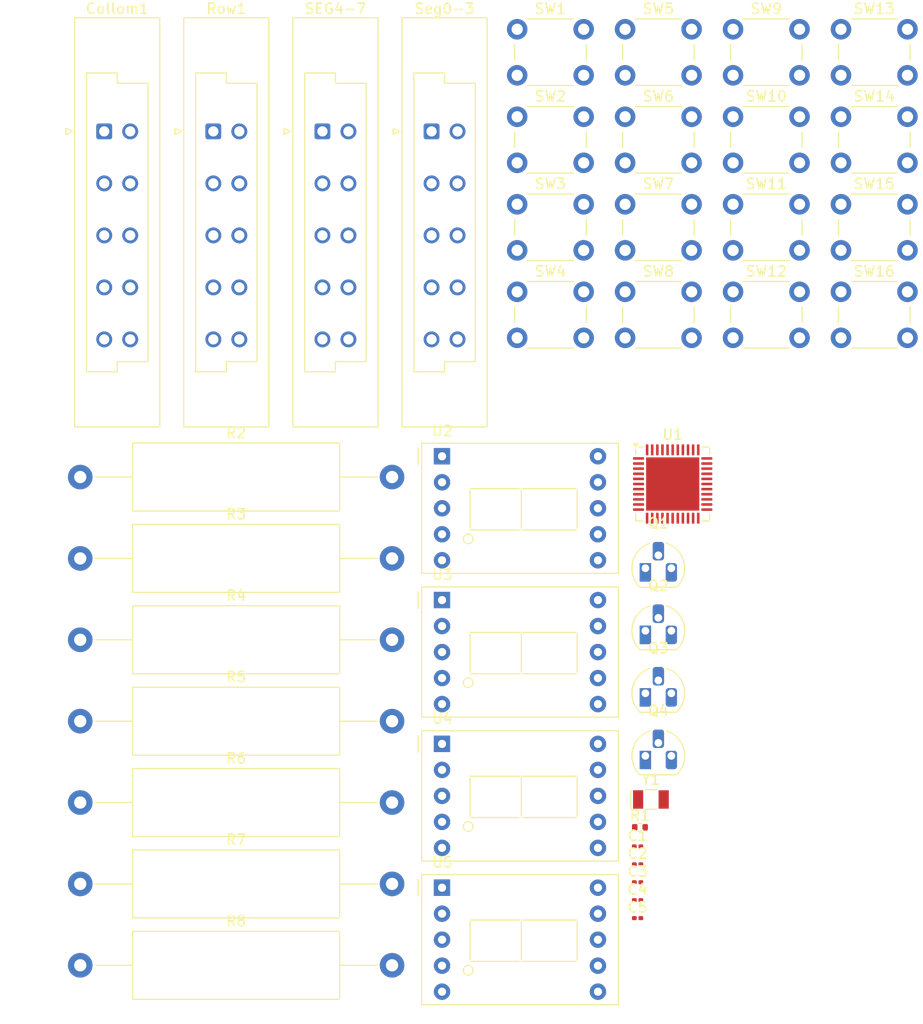
<source format=kicad_pcb>
(kicad_pcb (version 20240108) (generator "pcbnew") (generator_version "8.0")
  (layers (0 "F.Cu" signal) (31 "B.Cu" signal) (34 "B.Paste" user) (35 "F.Paste" user) (36 "B.SilkS" user "B.Silkscreen") (37 "F.SilkS" user "F.Silkscreen") (38 "B.Mask" user) (39 "F.Mask" user) (44 "Edge.Cuts" user))
  (net 0 "")
  (net 1 "GND")
  (net 2 "Net-(U1-XTAL2)")
  (net 3 "Net-(U1-XTAL1)")
  (net 4 "Net-(U1-AREF)")
  (net 5 "VDD")
  (net 6 "Net-(Collom1-Pin_b6)")
  (net 7 "Net-(Collom1-Pin_b4)")
  (net 8 "Net-(Collom1-Pin_b2)")
  (net 9 "Net-(Collom1-Pin_a8)")
  (net 10 "Net-(Collom1-Pin_b8)")
  (net 12 "Net-(Collom1-Pin_a6)")
  (net 13 "Net-(Collom1-Pin_a2)")
  (net 15 "Net-(Collom1-Pin_a4)")
  (net 16 "Net-(Q1-B)")
  (net 17 "Net-(Q1-C)")
  (net 18 "Net-(U1-~{RESET})")
  (net 19 "Net-(U1-PB0)")
  (net 20 "Net-(Q2-C)")
  (net 21 "Net-(U1-PB1)")
  (net 22 "Net-(Q2-B)")
  (net 23 "Net-(U1-PB2)")
  (net 24 "Net-(Q3-C)")
  (net 25 "Net-(Q3-B)")
  (net 26 "Net-(U1-PB3)")
  (net 27 "Net-(Q4-B)")
  (net 28 "Net-(U1-PB4)")
  (net 29 "Net-(Seg0-3-Pin_a4)")
  (net 30 "Net-(U1-PB5)")
  (net 31 "Net-(U1-PB6)")
  (net 32 "Net-(Seg0-3-Pin_a6)")
  (net 33 "Net-(Row1-Pin_b2)")
  (net 34 "Net-(Row1-Pin_a8)")
  (net 35 "Net-(Row1-Pin_b4)")
  (net 36 "Net-(Row1-Pin_a4)")
  (net 37 "Net-(Row1-Pin_b8)")
  (net 38 "Net-(Row1-Pin_a6)")
  (net 40 "Net-(Row1-Pin_a2)")
  (net 41 "Net-(Row1-Pin_b6)")
  (net 44 "Net-(Seg0-3-Pin_a8)")
  (net 45 "Net-(Seg0-3-Pin_a10)")
  (net 47 "Net-(SEG4-7-Pin_a6)")
  (net 57 "Net-(SEG4-7-Pin_a8)")
  (net 59 "Net-(SEG4-7-Pin_a10)")
  (net 60 "Net-(Seg0-3-Pin_b8)")
  (net 61 "Net-(Seg0-3-Pin_b4)")
  (net 62 "Net-(Seg0-3-Pin_b6)")
  (net 64 "Net-(Seg0-3-Pin_b10)")
  (net 66 "Net-(SEG4-7-Pin_b10)")
  (net 70 "Net-(SEG4-7-Pin_b8)")
  (net 72 "Net-(SEG4-7-Pin_b6)")
  (footprint "Display_7Segment:D1X8K" (layer "F.Cu") (at 150.865 94.82)
    (property "Reference" "U3" (at 0.03 -2.48 0) (layer "F.SilkS"))
    (property "Value" "SA39-12SRWA")
    (pad "1" thru_hole rect (at 0 0 270) (size 1.6 1.6) (drill 0.8) (layers "*.Cu" "*.Mask") (net 20 "Net-(Q2-C)"))
    (pad "2" thru_hole circle (at 0 2.54 270) (size 1.6 1.6) (drill 0.8) (layers "*.Cu" "*.Mask") (net 70 "Net-(SEG4-7-Pin_b8)"))
    (pad "3" thru_hole circle (at 0 5.08 270) (size 1.6 1.6) (drill 0.8) (layers "*.Cu" "*.Mask") (net 66 "Net-(SEG4-7-Pin_b10)"))
    (pad "4" thru_hole circle (at 0 7.62 270) (size 1.6 1.6) (drill 0.8) (layers "*.Cu" "*.Mask") (net 72 "Net-(SEG4-7-Pin_b6)"))
    (pad "5" thru_hole circle (at 0 10.16 270) (size 1.6 1.6) (drill 0.8) (layers "*.Cu" "*.Mask") (net 64 "Net-(Seg0-3-Pin_b10)"))
    (pad "6" thru_hole circle (at 15.24 10.16 270) (size 1.6 1.6) (drill 0.8) (layers "*.Cu" "*.Mask") (net 1 "GND"))
    (pad "7" thru_hole circle (at 15.24 7.62 270) (size 1.6 1.6) (drill 0.8) (layers "*.Cu" "*.Mask"))
    (pad "8" thru_hole circle (at 15.24 5.08 270) (size 1.6 1.6) (drill 0.8) (layers "*.Cu" "*.Mask") (net 60 "Net-(Seg0-3-Pin_b8)"))
    (pad "9" thru_hole circle (at 15.24 2.54 270) (size 1.6 1.6) (drill 0.8) (layers "*.Cu" "*.Mask") (net 62 "Net-(Seg0-3-Pin_b6)"))
    (pad "10" thru_hole circle (at 15.24 0 270) (size 1.6 1.6) (drill 0.8) (layers "*.Cu" "*.Mask") (net 61 "Net-(Seg0-3-Pin_b4)"))
  )
  (footprint "Display_7Segment:D1X8K" (layer "F.Cu") (at 150.865 122.92)
    (property "Reference" "U5" (at 0.03 -2.48 0) (layer "F.SilkS"))
    (property "Value" "SA39-12SRWA")
    (pad "1" thru_hole rect (at 0 0 270) (size 1.6 1.6) (drill 0.8) (layers "*.Cu" "*.Mask") (net 25 "Net-(Q3-B)"))
    (pad "2" thru_hole circle (at 0 2.54 270) (size 1.6 1.6) (drill 0.8) (layers "*.Cu" "*.Mask") (net 70 "Net-(SEG4-7-Pin_b8)"))
    (pad "3" thru_hole circle (at 0 5.08 270) (size 1.6 1.6) (drill 0.8) (layers "*.Cu" "*.Mask") (net 66 "Net-(SEG4-7-Pin_b10)"))
    (pad "4" thru_hole circle (at 0 7.62 270) (size 1.6 1.6) (drill 0.8) (layers "*.Cu" "*.Mask") (net 72 "Net-(SEG4-7-Pin_b6)"))
    (pad "5" thru_hole circle (at 0 10.16 270) (size 1.6 1.6) (drill 0.8) (layers "*.Cu" "*.Mask") (net 64 "Net-(Seg0-3-Pin_b10)"))
    (pad "6" thru_hole circle (at 15.24 10.16 270) (size 1.6 1.6) (drill 0.8) (layers "*.Cu" "*.Mask") (net 1 "GND"))
    (pad "7" thru_hole circle (at 15.24 7.62 270) (size 1.6 1.6) (drill 0.8) (layers "*.Cu" "*.Mask"))
    (pad "8" thru_hole circle (at 15.24 5.08 270) (size 1.6 1.6) (drill 0.8) (layers "*.Cu" "*.Mask") (net 60 "Net-(Seg0-3-Pin_b8)"))
    (pad "9" thru_hole circle (at 15.24 2.54 270) (size 1.6 1.6) (drill 0.8) (layers "*.Cu" "*.Mask") (net 62 "Net-(Seg0-3-Pin_b6)"))
    (pad "10" thru_hole circle (at 15.24 0 270) (size 1.6 1.6) (drill 0.8) (layers "*.Cu" "*.Mask") (net 61 "Net-(Seg0-3-Pin_b4)"))
  )
  (footprint "Button_Switch_THT:SW_PUSH_6mm_H4.3mm" (layer "F.Cu") (at 189.86 47.6)
    (property "Reference" "SW14" (at 3.25 -2 0) (layer "F.SilkS"))
    (property "Value" "SW_Push")
    (pad "1" thru_hole circle (at 0 0 90) (size 2 2) (drill 1.1) (layers "*.Cu" "*.Mask") (net 37 "Net-(Row1-Pin_b8)"))
    (pad "1" thru_hole circle (at 6.5 0 90) (size 2 2) (drill 1.1) (layers "*.Cu" "*.Mask") (net 37 "Net-(Row1-Pin_b8)"))
    (pad "2" thru_hole circle (at 0 4.5 90) (size 2 2) (drill 1.1) (layers "*.Cu" "*.Mask") (net 6 "Net-(Collom1-Pin_b6)"))
    (pad "2" thru_hole circle (at 6.5 4.5 90) (size 2 2) (drill 1.1) (layers "*.Cu" "*.Mask") (net 6 "Net-(Collom1-Pin_b6)"))
  )
  (footprint "Package_TO_SOT_THT:TO-92_HandSolder" (layer "F.Cu") (at 170.74 103.93)
    (property "Reference" "Q3" (at 1.27 -4.4 0) (layer "F.SilkS"))
    (property "Value" "NPN")
    (pad "1" thru_hole rect (at 0 0) (size 1.1 1.8) (drill 0.75 (offset 0 0.4)) (layers "*.Cu" "*.Mask") (net 24 "Net-(Q3-C)"))
    (pad "2" thru_hole roundrect (at 1.27 -1.27) (size 1.1 1.8) (drill 0.75 (offset 0 -0.4)) (layers "*.Cu" "*.Mask") (net 25 "Net-(Q3-B)"))
    (pad "3" thru_hole roundrect (at 2.54 0) (size 1.1 1.8) (drill 0.75 (offset 0 0.4)) (layers "*.Cu" "*.Mask") (net 1 "GND"))
  )
  (footprint "Button_Switch_THT:SW_PUSH_6mm_H4.3mm" (layer "F.Cu") (at 168.76 47.6)
    (property "Reference" "SW6" (at 3.25 -2 0) (layer "F.SilkS"))
    (property "Value" "SW_Push")
    (pad "1" thru_hole circle (at 0 0 90) (size 2 2) (drill 1.1) (layers "*.Cu" "*.Mask") (net 35 "Net-(Row1-Pin_b4)"))
    (pad "1" thru_hole circle (at 6.5 0 90) (size 2 2) (drill 1.1) (layers "*.Cu" "*.Mask") (net 35 "Net-(Row1-Pin_b4)"))
    (pad "2" thru_hole circle (at 0 4.5 90) (size 2 2) (drill 1.1) (layers "*.Cu" "*.Mask") (net 7 "Net-(Collom1-Pin_b4)"))
    (pad "2" thru_hole circle (at 6.5 4.5 90) (size 2 2) (drill 1.1) (layers "*.Cu" "*.Mask") (net 7 "Net-(Collom1-Pin_b4)"))
  )
  (footprint "Button_Switch_THT:SW_PUSH_6mm_H4.3mm" (layer "F.Cu") (at 158.21 64.7)
    (property "Reference" "SW4" (at 3.25 -2 0) (layer "F.SilkS"))
    (property "Value" "SW_Push")
    (pad "1" thru_hole circle (at 0 0 90) (size 2 2) (drill 1.1) (layers "*.Cu" "*.Mask") (net 33 "Net-(Row1-Pin_b2)"))
    (pad "1" thru_hole circle (at 6.5 0 90) (size 2 2) (drill 1.1) (layers "*.Cu" "*.Mask") (net 33 "Net-(Row1-Pin_b2)"))
    (pad "2" thru_hole circle (at 0 4.5 90) (size 2 2) (drill 1.1) (layers "*.Cu" "*.Mask") (net 10 "Net-(Collom1-Pin_b8)"))
    (pad "2" thru_hole circle (at 6.5 4.5 90) (size 2 2) (drill 1.1) (layers "*.Cu" "*.Mask") (net 10 "Net-(Collom1-Pin_b8)"))
  )
  (footprint "Crystal:Crystal_SMD_EuroQuartz_EQ161-2Pin_3.2x1.5mm" (layer "F.Cu") (at 171.28 114.3)
    (property "Reference" "Y1" (at 0 -1.95 0) (layer "F.SilkS"))
    (property "Value" "Crystal")
    (pad "1" smd rect (at -1.25 0) (size 1 1.8) (layers "F.Cu" "F.Paste" "F.Mask") (net 3 "Net-(U1-XTAL1)"))
    (pad "2" smd rect (at 1.25 0) (size 1 1.8) (layers "F.Cu" "F.Paste" "F.Mask") (net 2 "Net-(U1-XTAL2)"))
  )
  (footprint "Connector_DIN:DIN41612_B3_2x5_Female_Vertical_THT" (layer "F.Cu") (at 139.175 46.49)
    (property "Reference" "SEG4-7" (at 1.27 -9.45 0) (layer "F.SilkS"))
    (property "Value" "DIN41612_02x05_AB_EvenPins")
    (pad "" np_thru_hole circle (at 2.24 -5.95) (size 2.85 2.85) (drill 2.85) (layers "*.Cu" "*.Mask"))
    (pad "" np_thru_hole circle (at 2.24 28.81) (size 2.85 2.85) (drill 2.85) (layers "*.Cu" "*.Mask"))
    (pad "a2" thru_hole roundrect (at 0 2.54) (size 1.55 1.55) (drill 1) (layers "*.Cu" "*.Mask") (roundrect_rratio 0.16129))
    (pad "a4" thru_hole circle (at 0 7.62) (size 1.55 1.55) (drill 1) (layers "*.Cu" "*.Mask"))
    (pad "a6" thru_hole circle (at 0 12.7) (size 1.55 1.55) (drill 1) (layers "*.Cu" "*.Mask") (net 47 "Net-(SEG4-7-Pin_a6)"))
    (pad "a8" thru_hole circle (at 0 17.78) (size 1.55 1.55) (drill 1) (layers "*.Cu" "*.Mask") (net 57 "Net-(SEG4-7-Pin_a8)"))
    (pad "a10" thru_hole circle (at 0 22.86) (size 1.55 1.55) (drill 1) (layers "*.Cu" "*.Mask") (net 59 "Net-(SEG4-7-Pin_a10)"))
    (pad "b2" thru_hole circle (at 2.54 2.54) (size 1.55 1.55) (drill 1) (layers "*.Cu" "*.Mask"))
    (pad "b4" thru_hole circle (at 2.54 7.62) (size 1.55 1.55) (drill 1) (layers "*.Cu" "*.Mask"))
    (pad "b6" thru_hole circle (at 2.54 12.7) (size 1.55 1.55) (drill 1) (layers "*.Cu" "*.Mask") (net 72 "Net-(SEG4-7-Pin_b6)"))
    (pad "b8" thru_hole circle (at 2.54 17.78) (size 1.55 1.55) (drill 1) (layers "*.Cu" "*.Mask") (net 70 "Net-(SEG4-7-Pin_b8)"))
    (pad "b10" thru_hole circle (at 2.54 22.86) (size 1.55 1.55) (drill 1) (layers "*.Cu" "*.Mask") (net 66 "Net-(SEG4-7-Pin_b10)"))
  )
  (footprint "Resistor_THT:R_Axial_Power_L20.0mm_W6.4mm_P30.48mm" (layer "F.Cu") (at 115.5 98.7)
    (property "Reference" "R4" (at 15.24 -4.32 0) (layer "F.SilkS"))
    (property "Value" "R_US")
    (pad "1" thru_hole circle (at 0 0) (size 2.4 2.4) (drill 1.2) (layers "*.Cu" "*.Mask") (net 23 "Net-(U1-PB2)"))
    (pad "2" thru_hole oval (at 30.48 0) (size 2.4 2.4) (drill 1.2) (layers "*.Cu" "*.Mask") (net 44 "Net-(Seg0-3-Pin_a8)"))
  )
  (footprint "Resistor_THT:R_Axial_Power_L20.0mm_W6.4mm_P30.48mm" (layer "F.Cu") (at 115.5 82.8)
    (property "Reference" "R2" (at 15.24 -4.32 0) (layer "F.SilkS"))
    (property "Value" "R_US")
    (pad "1" thru_hole circle (at 0 0) (size 2.4 2.4) (drill 1.2) (layers "*.Cu" "*.Mask") (net 19 "Net-(U1-PB0)"))
    (pad "2" thru_hole oval (at 30.48 0) (size 2.4 2.4) (drill 1.2) (layers "*.Cu" "*.Mask") (net 29 "Net-(Seg0-3-Pin_a4)"))
  )
  (footprint "Button_Switch_THT:SW_PUSH_6mm_H4.3mm" (layer "F.Cu") (at 179.31 56.15)
    (property "Reference" "SW11" (at 3.25 -2 0) (layer "F.SilkS"))
    (property "Value" "SW_Push")
    (pad "1" thru_hole circle (at 0 0 90) (size 2 2) (drill 1.1) (layers "*.Cu" "*.Mask") (net 41 "Net-(Row1-Pin_b6)"))
    (pad "1" thru_hole circle (at 6.5 0 90) (size 2 2) (drill 1.1) (layers "*.Cu" "*.Mask") (net 41 "Net-(Row1-Pin_b6)"))
    (pad "2" thru_hole circle (at 0 4.5 90) (size 2 2) (drill 1.1) (layers "*.Cu" "*.Mask") (net 7 "Net-(Collom1-Pin_b4)"))
    (pad "2" thru_hole circle (at 6.5 4.5 90) (size 2 2) (drill 1.1) (layers "*.Cu" "*.Mask") (net 7 "Net-(Collom1-Pin_b4)"))
  )
  (footprint "Resistor_THT:R_Axial_Power_L20.0mm_W6.4mm_P30.48mm" (layer "F.Cu") (at 115.5 106.65)
    (property "Reference" "R5" (at 15.24 -4.32 0) (layer "F.SilkS"))
    (property "Value" "R_US")
    (pad "1" thru_hole circle (at 0 0) (size 2.4 2.4) (drill 1.2) (layers "*.Cu" "*.Mask") (net 26 "Net-(U1-PB3)"))
    (pad "2" thru_hole oval (at 30.48 0) (size 2.4 2.4) (drill 1.2) (layers "*.Cu" "*.Mask") (net 45 "Net-(Seg0-3-Pin_a10)"))
  )
  (footprint "Display_7Segment:D1X8K" (layer "F.Cu") (at 150.865 108.87)
    (property "Reference" "U4" (at 0.03 -2.48 0) (layer "F.SilkS"))
    (property "Value" "SA39-12SRWA")
    (pad "1" thru_hole rect (at 0 0 270) (size 1.6 1.6) (drill 0.8) (layers "*.Cu" "*.Mask") (net 24 "Net-(Q3-C)"))
    (pad "2" thru_hole circle (at 0 2.54 270) (size 1.6 1.6) (drill 0.8) (layers "*.Cu" "*.Mask") (net 70 "Net-(SEG4-7-Pin_b8)"))
    (pad "3" thru_hole circle (at 0 5.08 270) (size 1.6 1.6) (drill 0.8) (layers "*.Cu" "*.Mask") (net 66 "Net-(SEG4-7-Pin_b10)"))
    (pad "4" thru_hole circle (at 0 7.62 270) (size 1.6 1.6) (drill 0.8) (layers "*.Cu" "*.Mask") (net 72 "Net-(SEG4-7-Pin_b6)"))
    (pad "5" thru_hole circle (at 0 10.16 270) (size 1.6 1.6) (drill 0.8) (layers "*.Cu" "*.Mask") (net 64 "Net-(Seg0-3-Pin_b10)"))
    (pad "6" thru_hole circle (at 15.24 10.16 270) (size 1.6 1.6) (drill 0.8) (layers "*.Cu" "*.Mask") (net 1 "GND"))
    (pad "7" thru_hole circle (at 15.24 7.62 270) (size 1.6 1.6) (drill 0.8) (layers "*.Cu" "*.Mask"))
    (pad "8" thru_hole circle (at 15.24 5.08 270) (size 1.6 1.6) (drill 0.8) (layers "*.Cu" "*.Mask") (net 60 "Net-(Seg0-3-Pin_b8)"))
    (pad "9" thru_hole circle (at 15.24 2.54 270) (size 1.6 1.6) (drill 0.8) (layers "*.Cu" "*.Mask") (net 62 "Net-(Seg0-3-Pin_b6)"))
    (pad "10" thru_hole circle (at 15.24 0 270) (size 1.6 1.6) (drill 0.8) (layers "*.Cu" "*.Mask") (net 61 "Net-(Seg0-3-Pin_b4)"))
  )
  (footprint "Capacitor_SMD:C_0201_0603Metric" (layer "F.Cu") (at 169.98 124.14)
    (property "Reference" "C4" (at 0 -1.05 0) (layer "F.SilkS"))
    (property "Value" "100nf")
    (pad "1" smd roundrect (at -0.32 0) (size 0.46 0.4) (layers "F.Cu" "F.Mask") (net 5 "VDD"))
    (pad "2" smd roundrect (at 0.32 0) (size 0.46 0.4) (layers "F.Cu" "F.Mask") (net 1 "GND"))
  )
  (footprint "Button_Switch_THT:SW_PUSH_6mm_H4.3mm" (layer "F.Cu") (at 158.21 56.15)
    (property "Reference" "SW3" (at 3.25 -2 0) (layer "F.SilkS"))
    (property "Value" "SW_Push")
    (pad "1" thru_hole circle (at 0 0 90) (size 2 2) (drill 1.1) (layers "*.Cu" "*.Mask") (net 33 "Net-(Row1-Pin_b2)"))
    (pad "1" thru_hole circle (at 6.5 0 90) (size 2 2) (drill 1.1) (layers "*.Cu" "*.Mask") (net 33 "Net-(Row1-Pin_b2)"))
    (pad "2" thru_hole circle (at 0 4.5 90) (size 2 2) (drill 1.1) (layers "*.Cu" "*.Mask") (net 6 "Net-(Collom1-Pin_b6)"))
    (pad "2" thru_hole circle (at 6.5 4.5 90) (size 2 2) (drill 1.1) (layers "*.Cu" "*.Mask") (net 6 "Net-(Collom1-Pin_b6)"))
  )
  (footprint "Connector_DIN:DIN41612_B3_2x5_Female_Vertical_THT" (layer "F.Cu") (at 149.84 46.49)
    (property "Reference" "Seg0-3" (at 1.27 -9.45 0) (layer "F.SilkS"))
    (property "Value" "DIN41612_02x05_AB_EvenPins")
    (pad "" np_thru_hole circle (at 2.24 -5.95) (size 2.85 2.85) (drill 2.85) (layers "*.Cu" "*.Mask"))
    (pad "" np_thru_hole circle (at 2.24 28.81) (size 2.85 2.85) (drill 2.85) (layers "*.Cu" "*.Mask"))
    (pad "a2" thru_hole roundrect (at 0 2.54) (size 1.55 1.55) (drill 1) (layers "*.Cu" "*.Mask") (roundrect_rratio 0.16129))
    (pad "a4" thru_hole circle (at 0 7.62) (size 1.55 1.55) (drill 1) (layers "*.Cu" "*.Mask") (net 29 "Net-(Seg0-3-Pin_a4)"))
    (pad "a6" thru_hole circle (at 0 12.7) (size 1.55 1.55) (drill 1) (layers "*.Cu" "*.Mask") (net 32 "Net-(Seg0-3-Pin_a6)"))
    (pad "a8" thru_hole circle (at 0 17.78) (size 1.55 1.55) (drill 1) (layers "*.Cu" "*.Mask") (net 44 "Net-(Seg0-3-Pin_a8)"))
    (pad "a10" thru_hole circle (at 0 22.86) (size 1.55 1.55) (drill 1) (layers "*.Cu" "*.Mask") (net 45 "Net-(Seg0-3-Pin_a10)"))
    (pad "b2" thru_hole circle (at 2.54 2.54) (size 1.55 1.55) (drill 1) (layers "*.Cu" "*.Mask"))
    (pad "b4" thru_hole circle (at 2.54 7.62) (size 1.55 1.55) (drill 1) (layers "*.Cu" "*.Mask") (net 61 "Net-(Seg0-3-Pin_b4)"))
    (pad "b6" thru_hole circle (at 2.54 12.7) (size 1.55 1.55) (drill 1) (layers "*.Cu" "*.Mask") (net 62 "Net-(Seg0-3-Pin_b6)"))
    (pad "b8" thru_hole circle (at 2.54 17.78) (size 1.55 1.55) (drill 1) (layers "*.Cu" "*.Mask") (net 60 "Net-(Seg0-3-Pin_b8)"))
    (pad "b10" thru_hole circle (at 2.54 22.86) (size 1.55 1.55) (drill 1) (layers "*.Cu" "*.Mask") (net 64 "Net-(Seg0-3-Pin_b10)"))
  )
  (footprint "Connector_DIN:DIN41612_B3_2x5_Female_Vertical_THT" (layer "F.Cu") (at 117.845 46.49)
    (property "Reference" "Collom1" (at 1.27 -9.45 0) (layer "F.SilkS"))
    (property "Value" "DIN41612_02x05_AB_EvenPins")
    (pad "" np_thru_hole circle (at 2.24 -5.95) (size 2.85 2.85) (drill 2.85) (layers "*.Cu" "*.Mask"))
    (pad "" np_thru_hole circle (at 2.24 28.81) (size 2.85 2.85) (drill 2.85) (layers "*.Cu" "*.Mask"))
    (pad "a2" thru_hole roundrect (at 0 2.54) (size 1.55 1.55) (drill 1) (layers "*.Cu" "*.Mask") (roundrect_rratio 0.16129) (net 13 "Net-(Collom1-Pin_a2)"))
    (pad "a4" thru_hole circle (at 0 7.62) (size 1.55 1.55) (drill 1) (layers "*.Cu" "*.Mask") (net 15 "Net-(Collom1-Pin_a4)"))
    (pad "a6" thru_hole circle (at 0 12.7) (size 1.55 1.55) (drill 1) (layers "*.Cu" "*.Mask") (net 12 "Net-(Collom1-Pin_a6)"))
    (pad "a8" thru_hole circle (at 0 17.78) (size 1.55 1.55) (drill 1) (layers "*.Cu" "*.Mask") (net 9 "Net-(Collom1-Pin_a8)"))
    (pad "a10" thru_hole circle (at 0 22.86) (size 1.55 1.55) (drill 1) (layers "*.Cu" "*.Mask"))
    (pad "b2" thru_hole circle (at 2.54 2.54) (size 1.55 1.55) (drill 1) (layers "*.Cu" "*.Mask") (net 8 "Net-(Collom1-Pin_b2)"))
    (pad "b4" thru_hole circle (at 2.54 7.62) (size 1.55 1.55) (drill 1) (layers "*.Cu" "*.Mask") (net 7 "Net-(Collom1-Pin_b4)"))
    (pad "b6" thru_hole circle (at 2.54 12.7) (size 1.55 1.55) (drill 1) (layers "*.Cu" "*.Mask") (net 6 "Net-(Collom1-Pin_b6)"))
    (pad "b8" thru_hole circle (at 2.54 17.78) (size 1.55 1.55) (drill 1) (layers "*.Cu" "*.Mask") (net 10 "Net-(Collom1-Pin_b8)"))
    (pad "b10" thru_hole circle (at 2.54 22.86) (size 1.55 1.55) (drill 1) (layers "*.Cu" "*.Mask"))
  )
  (footprint "Package_TO_SOT_THT:TO-92_HandSolder" (layer "F.Cu") (at 170.74 91.71)
    (property "Reference" "Q1" (at 1.27 -4.4 0) (layer "F.SilkS"))
    (property "Value" "NPN")
    (pad "1" thru_hole rect (at 0 0) (size 1.1 1.8) (drill 0.75 (offset 0 0.4)) (layers "*.Cu" "*.Mask") (net 17 "Net-(Q1-C)"))
    (pad "2" thru_hole roundrect (at 1.27 -1.27) (size 1.1 1.8) (drill 0.75 (offset 0 -0.4)) (layers "*.Cu" "*.Mask") (net 16 "Net-(Q1-B)"))
    (pad "3" thru_hole roundrect (at 2.54 0) (size 1.1 1.8) (drill 0.75 (offset 0 0.4)) (layers "*.Cu" "*.Mask") (net 1 "GND"))
  )
  (footprint "Package_TO_SOT_THT:TO-92_HandSolder" (layer "F.Cu") (at 170.74 110.04)
    (property "Reference" "Q4" (at 1.27 -4.4 0) (layer "F.SilkS"))
    (property "Value" "NPN")
    (pad "1" thru_hole rect (at 0 0) (size 1.1 1.8) (drill 0.75 (offset 0 0.4)) (layers "*.Cu" "*.Mask") (net 25 "Net-(Q3-B)"))
    (pad "2" thru_hole roundrect (at 1.27 -1.27) (size 1.1 1.8) (drill 0.75 (offset 0 -0.4)) (layers "*.Cu" "*.Mask") (net 27 "Net-(Q4-B)"))
    (pad "3" thru_hole roundrect (at 2.54 0) (size 1.1 1.8) (drill 0.75 (offset 0 0.4)) (layers "*.Cu" "*.Mask") (net 1 "GND"))
  )
  (footprint "Capacitor_SMD:C_0201_0603Metric" (layer "F.Cu") (at 169.98 120.64)
    (property "Reference" "C2" (at 0 -1.05 0) (layer "F.SilkS"))
    (property "Value" "22pf")
    (pad "1" smd roundrect (at -0.32 0) (size 0.46 0.4) (layers "F.Cu" "F.Mask") (net 3 "Net-(U1-XTAL1)"))
    (pad "2" smd roundrect (at 0.32 0) (size 0.46 0.4) (layers "F.Cu" "F.Mask") (net 1 "GND"))
  )
  (footprint "Button_Switch_THT:SW_PUSH_6mm_H4.3mm" (layer "F.Cu") (at 179.31 39.05)
    (property "Reference" "SW9" (at 3.25 -2 0) (layer "F.SilkS"))
    (property "Value" "SW_Push")
    (pad "1" thru_hole circle (at 0 0 90) (size 2 2) (drill 1.1) (layers "*.Cu" "*.Mask") (net 41 "Net-(Row1-Pin_b6)"))
    (pad "1" thru_hole circle (at 6.5 0 90) (size 2 2) (drill 1.1) (layers "*.Cu" "*.Mask") (net 41 "Net-(Row1-Pin_b6)"))
    (pad "2" thru_hole circle (at 0 4.5 90) (size 2 2) (drill 1.1) (layers "*.Cu" "*.Mask") (net 8 "Net-(Collom1-Pin_b2)"))
    (pad "2" thru_hole circle (at 6.5 4.5 90) (size 2 2) (drill 1.1) (layers "*.Cu" "*.Mask") (net 8 "Net-(Collom1-Pin_b2)"))
  )
  (footprint "Display_7Segment:D1X8K" (layer "F.Cu") (at 150.865 80.77)
    (property "Reference" "U2" (at 0.03 -2.48 0) (layer "F.SilkS"))
    (property "Value" "SA39-12SRWA")
    (pad "1" thru_hole rect (at 0 0 270) (size 1.6 1.6) (drill 0.8) (layers "*.Cu" "*.Mask") (net 17 "Net-(Q1-C)"))
    (pad "2" thru_hole circle (at 0 2.54 270) (size 1.6 1.6) (drill 0.8) (layers "*.Cu" "*.Mask") (net 70 "Net-(SEG4-7-Pin_b8)"))
    (pad "3" thru_hole circle (at 0 5.08 270) (size 1.6 1.6) (drill 0.8) (layers "*.Cu" "*.Mask") (net 66 "Net-(SEG4-7-Pin_b10)"))
    (pad "4" thru_hole circle (at 0 7.62 270) (size 1.6 1.6) (drill 0.8) (layers "*.Cu" "*.Mask") (net 72 "Net-(SEG4-7-Pin_b6)"))
    (pad "5" thru_hole circle (at 0 10.16 270) (size 1.6 1.6) (drill 0.8) (layers "*.Cu" "*.Mask") (net 64 "Net-(Seg0-3-Pin_b10)"))
    (pad "6" thru_hole circle (at 15.24 10.16 270) (size 1.6 1.6) (drill 0.8) (layers "*.Cu" "*.Mask") (net 1 "GND"))
    (pad "7" thru_hole circle (at 15.24 7.62 270) (size 1.6 1.6) (drill 0.8) (layers "*.Cu" "*.Mask"))
    (pad "8" thru_hole circle (at 15.24 5.08 270) (size 1.6 1.6) (drill 0.8) (layers "*.Cu" "*.Mask") (net 60 "Net-(Seg0-3-Pin_b8)"))
    (pad "9" thru_hole circle (at 15.24 2.54 270) (size 1.6 1.6) (drill 0.8) (layers "*.Cu" "*.Mask") (net 62 "Net-(Seg0-3-Pin_b6)"))
    (pad "10" thru_hole circle (at 15.24 0 270) (size 1.6 1.6) (drill 0.8) (layers "*.Cu" "*.Mask") (net 61 "Net-(Seg0-3-Pin_b4)"))
  )
  (footprint "Capacitor_SMD:C_0201_0603Metric" (layer "F.Cu") (at 169.98 122.39)
    (property "Reference" "C3" (at 0 -1.05 0) (layer "F.SilkS"))
    (property "Value" "100nf")
    (pad "1" smd roundrect (at -0.32 0) (size 0.46 0.4) (layers "F.Cu" "F.Mask") (net 4 "Net-(U1-AREF)"))
    (pad "2" smd roundrect (at 0.32 0) (size 0.46 0.4) (layers "F.Cu" "F.Mask") (net 1 "GND"))
  )
  (footprint "Button_Switch_THT:SW_PUSH_6mm_H4.3mm" (layer "F.Cu") (at 189.86 56.15)
    (property "Reference" "SW15" (at 3.25 -2 0) (layer "F.SilkS"))
    (property "Value" "SW_Push")
    (pad "1" thru_hole circle (at 0 0 90) (size 2 2) (drill 1.1) (layers "*.Cu" "*.Mask") (net 41 "Net-(Row1-Pin_b6)"))
    (pad "1" thru_hole circle (at 6.5 0 90) (size 2 2) (drill 1.1) (layers "*.Cu" "*.Mask") (net 41 "Net-(Row1-Pin_b6)"))
    (pad "2" thru_hole circle (at 0 4.5 90) (size 2 2) (drill 1.1) (layers "*.Cu" "*.Mask") (net 10 "Net-(Collom1-Pin_b8)"))
    (pad "2" thru_hole circle (at 6.5 4.5 90) (size 2 2) (drill 1.1) (layers "*.Cu" "*.Mask") (net 10 "Net-(Collom1-Pin_b8)"))
  )
  (footprint "Button_Switch_THT:SW_PUSH_6mm_H4.3mm" (layer "F.Cu") (at 168.76 64.7)
    (property "Reference" "SW8" (at 3.25 -2 0) (layer "F.SilkS"))
    (property "Value" "SW_Push")
    (pad "1" thru_hole circle (at 0 0 90) (size 2 2) (drill 1.1) (layers "*.Cu" "*.Mask") (net 35 "Net-(Row1-Pin_b4)"))
    (pad "1" thru_hole circle (at 6.5 0 90) (size 2 2) (drill 1.1) (layers "*.Cu" "*.Mask") (net 35 "Net-(Row1-Pin_b4)"))
    (pad "2" thru_hole circle (at 0 4.5 90) (size 2 2) (drill 1.1) (layers "*.Cu" "*.Mask") (net 10 "Net-(Collom1-Pin_b8)"))
    (pad "2" thru_hole circle (at 6.5 4.5 90) (size 2 2) (drill 1.1) (layers "*.Cu" "*.Mask") (net 10 "Net-(Collom1-Pin_b8)"))
  )
  (footprint "Connector_DIN:DIN41612_B3_2x5_Female_Vertical_THT" (layer "F.Cu") (at 128.51 46.49)
    (property "Reference" "Row1" (at 1.27 -9.45 0) (layer "F.SilkS"))
    (property "Value" "DIN41612_02x05_AB_EvenPins")
    (pad "" np_thru_hole circle (at 2.24 -5.95) (size 2.85 2.85) (drill 2.85) (layers "*.Cu" "*.Mask"))
    (pad "" np_thru_hole circle (at 2.24 28.81) (size 2.85 2.85) (drill 2.85) (layers "*.Cu" "*.Mask"))
    (pad "a2" thru_hole roundrect (at 0 2.54) (size 1.55 1.55) (drill 1) (layers "*.Cu" "*.Mask") (roundrect_rratio 0.16129) (net 40 "Net-(Row1-Pin_a2)"))
    (pad "a4" thru_hole circle (at 0 7.62) (size 1.55 1.55) (drill 1) (layers "*.Cu" "*.Mask") (net 36 "Net-(Row1-Pin_a4)"))
    (pad "a6" thru_hole circle (at 0 12.7) (size 1.55 1.55) (drill 1) (layers "*.Cu" "*.Mask") (net 38 "Net-(Row1-Pin_a6)"))
    (pad "a8" thru_hole circle (at 0 17.78) (size 1.55 1.55) (drill 1) (layers "*.Cu" "*.Mask") (net 34 "Net-(Row1-Pin_a8)"))
    (pad "a10" thru_hole circle (at 0 22.86) (size 1.55 1.55) (drill 1) (layers "*.Cu" "*.Mask"))
    (pad "b2" thru_hole circle (at 2.54 2.54) (size 1.55 1.55) (drill 1) (layers "*.Cu" "*.Mask") (net 33 "Net-(Row1-Pin_b2)"))
    (pad "b4" thru_hole circle (at 2.54 7.62) (size 1.55 1.55) (drill 1) (layers "*.Cu" "*.Mask") (net 35 "Net-(Row1-Pin_b4)"))
    (pad "b6" thru_hole circle (at 2.54 12.7) (size 1.55 1.55) (drill 1) (layers "*.Cu" "*.Mask") (net 41 "Net-(Row1-Pin_b6)"))
    (pad "b8" thru_hole circle (at 2.54 17.78) (size 1.55 1.55) (drill 1) (layers "*.Cu" "*.Mask") (net 37 "Net-(Row1-Pin_b8)"))
    (pad "b10" thru_hole circle (at 2.54 22.86) (size 1.55 1.55) (drill 1) (layers "*.Cu" "*.Mask"))
  )
  (footprint "Button_Switch_THT:SW_PUSH_6mm_H4.3mm" (layer "F.Cu") (at 168.76 56.15)
    (property "Reference" "SW7" (at 3.25 -2 0) (layer "F.SilkS"))
    (property "Value" "SW_Push")
    (pad "1" thru_hole circle (at 0 0 90) (size 2 2) (drill 1.1) (layers "*.Cu" "*.Mask") (net 35 "Net-(Row1-Pin_b4)"))
    (pad "1" thru_hole circle (at 6.5 0 90) (size 2 2) (drill 1.1) (layers "*.Cu" "*.Mask") (net 35 "Net-(Row1-Pin_b4)"))
    (pad "2" thru_hole circle (at 0 4.5 90) (size 2 2) (drill 1.1) (layers "*.Cu" "*.Mask") (net 6 "Net-(Collom1-Pin_b6)"))
    (pad "2" thru_hole circle (at 6.5 4.5 90) (size 2 2) (drill 1.1) (layers "*.Cu" "*.Mask") (net 6 "Net-(Collom1-Pin_b6)"))
  )
  (footprint "Button_Switch_THT:SW_PUSH_6mm_H4.3mm" (layer "F.Cu") (at 179.31 64.7)
    (property "Reference" "SW12" (at 3.25 -2 0) (layer "F.SilkS"))
    (property "Value" "SW_Push")
    (pad "1" thru_hole circle (at 0 0 90) (size 2 2) (drill 1.1) (layers "*.Cu" "*.Mask") (net 37 "Net-(Row1-Pin_b8)"))
    (pad "1" thru_hole circle (at 6.5 0 90) (size 2 2) (drill 1.1) (layers "*.Cu" "*.Mask") (net 37 "Net-(Row1-Pin_b8)"))
    (pad "2" thru_hole circle (at 0 4.5 90) (size 2 2) (drill 1.1) (layers "*.Cu" "*.Mask") (net 7 "Net-(Collom1-Pin_b4)"))
    (pad "2" thru_hole circle (at 6.5 4.5 90) (size 2 2) (drill 1.1) (layers "*.Cu" "*.Mask") (net 7 "Net-(Collom1-Pin_b4)"))
  )
  (footprint "Package_TO_SOT_THT:TO-92_HandSolder" (layer "F.Cu") (at 170.74 97.82)
    (property "Reference" "Q2" (at 1.27 -4.4 0) (layer "F.SilkS"))
    (property "Value" "NPN")
    (pad "1" thru_hole rect (at 0 0) (size 1.1 1.8) (drill 0.75 (offset 0 0.4)) (layers "*.Cu" "*.Mask") (net 20 "Net-(Q2-C)"))
    (pad "2" thru_hole roundrect (at 1.27 -1.27) (size 1.1 1.8) (drill 0.75 (offset 0 -0.4)) (layers "*.Cu" "*.Mask") (net 22 "Net-(Q2-B)"))
    (pad "3" thru_hole roundrect (at 2.54 0) (size 1.1 1.8) (drill 0.75 (offset 0 0.4)) (layers "*.Cu" "*.Mask") (net 1 "GND"))
  )
  (footprint "Button_Switch_THT:SW_PUSH_6mm_H4.3mm" (layer "F.Cu") (at 189.86 64.7)
    (property "Reference" "SW16" (at 3.25 -2 0) (layer "F.SilkS"))
    (property "Value" "SW_Push")
    (pad "1" thru_hole circle (at 0 0 90) (size 2 2) (drill 1.1) (layers "*.Cu" "*.Mask") (net 37 "Net-(Row1-Pin_b8)"))
    (pad "1" thru_hole circle (at 6.5 0 90) (size 2 2) (drill 1.1) (layers "*.Cu" "*.Mask") (net 37 "Net-(Row1-Pin_b8)"))
    (pad "2" thru_hole circle (at 0 4.5 90) (size 2 2) (drill 1.1) (layers "*.Cu" "*.Mask") (net 10 "Net-(Collom1-Pin_b8)"))
    (pad "2" thru_hole circle (at 6.5 4.5 90) (size 2 2) (drill 1.1) (layers "*.Cu" "*.Mask") (net 10 "Net-(Collom1-Pin_b8)"))
  )
  (footprint "Capacitor_SMD:C_0201_0603Metric" (layer "F.Cu") (at 169.98 125.89)
    (property "Reference" "C5" (at 0 -1.05 0) (layer "F.SilkS"))
    (property "Value" "100nf")
    (pad "1" smd roundrect (at -0.32 0) (size 0.46 0.4) (layers "F.Cu" "F.Mask") (net 5 "VDD"))
    (pad "2" smd roundrect (at 0.32 0) (size 0.46 0.4) (layers "F.Cu" "F.Mask") (net 1 "GND"))
  )
  (footprint "Resistor_THT:R_Axial_Power_L20.0mm_W6.4mm_P30.48mm" (layer "F.Cu") (at 115.5 130.5)
    (property "Reference" "R8" (at 15.24 -4.32 0) (layer "F.SilkS"))
    (property "Value" "R_US")
    (pad "1" thru_hole circle (at 0 0) (size 2.4 2.4) (drill 1.2) (layers "*.Cu" "*.Mask") (net 31 "Net-(U1-PB6)"))
    (pad "2" thru_hole oval (at 30.48 0) (size 2.4 2.4) (drill 1.2) (layers "*.Cu" "*.Mask") (net 59 "Net-(SEG4-7-Pin_a10)"))
  )
  (footprint "Button_Switch_THT:SW_PUSH_6mm_H4.3mm" (layer "F.Cu") (at 158.21 39.05)
    (property "Reference" "SW1" (at 3.25 -2 0) (layer "F.SilkS"))
    (property "Value" "SW_Push")
    (pad "1" thru_hole circle (at 0 0 90) (size 2 2) (drill 1.1) (layers "*.Cu" "*.Mask") (net 33 "Net-(Row1-Pin_b2)"))
    (pad "1" thru_hole circle (at 6.5 0 90) (size 2 2) (drill 1.1) (layers "*.Cu" "*.Mask") (net 33 "Net-(Row1-Pin_b2)"))
    (pad "2" thru_hole circle (at 0 4.5 90) (size 2 2) (drill 1.1) (layers "*.Cu" "*.Mask") (net 8 "Net-(Collom1-Pin_b2)"))
    (pad "2" thru_hole circle (at 6.5 4.5 90) (size 2 2) (drill 1.1) (layers "*.Cu" "*.Mask") (net 8 "Net-(Collom1-Pin_b2)"))
  )
  (footprint "Capacitor_SMD:C_0201_0603Metric" (layer "F.Cu") (at 169.98 118.89)
    (property "Reference" "C1" (at 0 -1.05 0) (layer "F.SilkS"))
    (property "Value" "22pf")
    (pad "1" smd roundrect (at -0.32 0) (size 0.46 0.4) (layers "F.Cu" "F.Mask") (net 1 "GND"))
    (pad "2" smd roundrect (at 0.32 0) (size 0.46 0.4) (layers "F.Cu" "F.Mask") (net 2 "Net-(U1-XTAL2)"))
  )
  (footprint "Button_Switch_THT:SW_PUSH_6mm_H4.3mm" (layer "F.Cu") (at 168.76 39.05)
    (property "Reference" "SW5" (at 3.25 -2 0) (layer "F.SilkS"))
    (property "Value" "SW_Push")
    (pad "1" thru_hole circle (at 0 0 90) (size 2 2) (drill 1.1) (layers "*.Cu" "*.Mask") (net 35 "Net-(Row1-Pin_b4)"))
    (pad "1" thru_hole circle (at 6.5 0 90) (size 2 2) (drill 1.1) (layers "*.Cu" "*.Mask") (net 35 "Net-(Row1-Pin_b4)"))
    (pad "2" thru_hole circle (at 0 4.5 90) (size 2 2) (drill 1.1) (layers "*.Cu" "*.Mask") (net 8 "Net-(Collom1-Pin_b2)"))
    (pad "2" thru_hole circle (at 6.5 4.5 90) (size 2 2) (drill 1.1) (layers "*.Cu" "*.Mask") (net 8 "Net-(Collom1-Pin_b2)"))
  )
  (footprint "Resistor_SMD:R_0402_1005Metric" (layer "F.Cu") (at 170.21 117.02)
    (property "Reference" "R1" (at 0 -1.17 0) (layer "F.SilkS"))
    (property "Value" "10k")
    (pad "1" smd roundrect (at -0.51 0) (size 0.54 0.64) (layers "F.Cu" "F.Paste" "F.Mask") (net 5 "VDD"))
    (pad "2" smd roundrect (at 0.51 0) (size 0.54 0.64) (layers "F.Cu" "F.Paste" "F.Mask") (net 18 "Net-(U1-~{RESET})"))
  )
  (footprint "Package_DFN_QFN:QFN-44-1EP_7x7mm_P0.5mm_EP5.2x5.2mm" (layer "F.Cu") (at 173.41 83.48)
    (property "Reference" "U1" (at 0 -4.83 0) (layer "F.SilkS"))
    (property "Value" "ATmega1284-M")
    (pad "1" smd roundrect (at -3.3375 -2.5) (size 1.075 0.25) (layers "F.Cu" "F.Paste" "F.Mask") (net 30 "Net-(U1-PB5)"))
    (pad "2" smd roundrect (at -3.3375 -2) (size 1.075 0.25) (layers "F.Cu" "F.Paste" "F.Mask") (net 31 "Net-(U1-PB6)"))
    (pad "3" smd roundrect (at -3.3375 -1.5) (size 1.075 0.25) (layers "F.Cu" "F.Paste" "F.Mask"))
    (pad "4" smd roundrect (at -3.3375 -1) (size 1.075 0.25) (layers "F.Cu" "F.Paste" "F.Mask") (net 18 "Net-(U1-~{RESET})"))
    (pad "5" smd roundrect (at -3.3375 -0.5) (size 1.075 0.25) (layers "F.Cu" "F.Paste" "F.Mask") (net 5 "VDD"))
    (pad "6" smd roundrect (at -3.3375 0) (size 1.075 0.25) (layers "F.Cu" "F.Paste" "F.Mask") (net 1 "GND"))
    (pad "7" smd roundrect (at -3.3375 0.5) (size 1.075 0.25) (layers "F.Cu" "F.Paste" "F.Mask") (net 2 "Net-(U1-XTAL2)"))
    (pad "8" smd roundrect (at -3.3375 1) (size 1.075 0.25) (layers "F.Cu" "F.Paste" "F.Mask") (net 3 "Net-(U1-XTAL1)"))
    (pad "9" smd roundrect (at -3.3375 1.5) (size 1.075 0.25) (layers "F.Cu" "F.Paste" "F.Mask") (net 13 "Net-(Collom1-Pin_a2)"))
    (pad "10" smd roundrect (at -3.3375 2) (size 1.075 0.25) (layers "F.Cu" "F.Paste" "F.Mask") (net 15 "Net-(Collom1-Pin_a4)"))
    (pad "11" smd roundrect (at -3.3375 2.5) (size 1.075 0.25) (layers "F.Cu" "F.Paste" "F.Mask") (net 12 "Net-(Collom1-Pin_a6)"))
    (pad "12" smd roundrect (at -2.5 3.3375) (size 0.25 1.075) (layers "F.Cu" "F.Paste" "F.Mask") (net 9 "Net-(Collom1-Pin_a8)"))
    (pad "13" smd roundrect (at -2 3.3375) (size 0.25 1.075) (layers "F.Cu" "F.Paste" "F.Mask") (net 40 "Net-(Row1-Pin_a2)"))
    (pad "14" smd roundrect (at -1.5 3.3375) (size 0.25 1.075) (layers "F.Cu" "F.Paste" "F.Mask") (net 36 "Net-(Row1-Pin_a4)"))
    (pad "15" smd roundrect (at -1 3.3375) (size 0.25 1.075) (layers "F.Cu" "F.Paste" "F.Mask") (net 38 "Net-(Row1-Pin_a6)"))
    (pad "16" smd roundrect (at -0.5 3.3375) (size 0.25 1.075) (layers "F.Cu" "F.Paste" "F.Mask") (net 34 "Net-(Row1-Pin_a8)"))
    (pad "17" smd roundrect (at 0 3.3375) (size 0.25 1.075) (layers "F.Cu" "F.Paste" "F.Mask") (net 5 "VDD"))
    (pad "18" smd roundrect (at 0.5 3.3375) (size 0.25 1.075) (layers "F.Cu" "F.Paste" "F.Mask") (net 1 "GND"))
    (pad "19" smd roundrect (at 1 3.3375) (size 0.25 1.075) (layers "F.Cu" "F.Paste" "F.Mask"))
    (pad "20" smd roundrect (at 1.5 3.3375) (size 0.25 1.075) (layers "F.Cu" "F.Paste" "F.Mask"))
    (pad "21" smd roundrect (at 2 3.3375) (size 0.25 1.075) (layers "F.Cu" "F.Paste" "F.Mask"))
    (pad "22" smd roundrect (at 2.5 3.3375) (size 0.25 1.075) (layers "F.Cu" "F.Paste" "F.Mask"))
    (pad "23" smd roundrect (at 3.3375 2.5) (size 1.075 0.25) (layers "F.Cu" "F.Paste" "F.Mask"))
    (pad "24" smd roundrect (at 3.3375 2) (size 1.075 0.25) (layers "F.Cu" "F.Paste" "F.Mask"))
    (pad "25" smd roundrect (at 3.3375 1.5) (size 1.075 0.25) (layers "F.Cu" "F.Paste" "F.Mask"))
    (pad "26" smd roundrect (at 3.3375 1) (size 1.075 0.25) (layers "F.Cu" "F.Paste" "F.Mask"))
    (pad "27" smd roundrect (at 3.3375 0.5) (size 1.075 0.25) (layers "F.Cu" "F.Paste" "F.Mask") (net 5 "VDD"))
    (pad "28" smd roundrect (at 3.3375 0) (size 1.075 0.25) (layers "F.Cu" "F.Paste" "F.Mask") (net 1 "GND"))
    (pad "29" smd roundrect (at 3.3375 -0.5) (size 1.075 0.25) (layers "F.Cu" "F.Paste" "F.Mask") (net 4 "Net-(U1-AREF)"))
    (pad "30" smd roundrect (at 3.3375 -1) (size 1.075 0.25) (layers "F.Cu" "F.Paste" "F.Mask"))
    (pad "31" smd roundrect (at 3.3375 -1.5) (size 1.075 0.25) (layers "F.Cu" "F.Paste" "F.Mask"))
    (pad "32" smd roundrect (at 3.3375 -2) (size 1.075 0.25) (layers "F.Cu" "F.Paste" "F.Mask"))
    (pad "33" smd roundrect (at 3.3375 -2.5) (size 1.075 0.25) (layers "F.Cu" "F.Paste" "F.Mask"))
    (pad "34" smd roundrect (at 2.5 -3.3375) (size 0.25 1.075) (layers "F.Cu" "F.Paste" "F.Mask") (net 16 "Net-(Q1-B)"))
    (pad "35" smd roundrect (at 2 -3.3375) (size 0.25 1.075) (layers "F.Cu" "F.Paste" "F.Mask") (net 22 "Net-(Q2-B)"))
    (pad "36" smd roundrect (at 1.5 -3.3375) (size 0.25 1.075) (layers "F.Cu" "F.Paste" "F.Mask") (net 25 "Net-(Q3-B)"))
    (pad "37" smd roundrect (at 1 -3.3375) (size 0.25 1.075) (layers "F.Cu" "F.Paste" "F.Mask") (net 27 "Net-(Q4-B)"))
    (pad "38" smd roundrect (at 0.5 -3.3375) (size 0.25 1.075) (layers "F.Cu" "F.Paste" "F.Mask") (net 5 "VDD"))
    (pad "39" smd roundrect (at 0 -3.3375) (size 0.25 1.075) (layers "F.Cu" "F.Paste" "F.Mask") (net 1 "GND"))
    (pad "40" smd roundrect (at -0.5 -3.3375) (size 0.25 1.075) (layers "F.Cu" "F.Paste" "F.Mask") (net 19 "Net-(U1-PB0)"))
    (pad "41" smd roundrect (at -1 -3.3375) (size 0.25 1.075) (layers "F.Cu" "F.Paste" "F.Mask") (net 21 "Net-(U1-PB1)"))
    (pad "42" smd roundrect (at -1.5 -3.3375) (size 0.25 1.075) (layers "F.Cu" "F.Paste" "F.Mask") (net 23 "Net-(U1-PB2)"))
    (pad "43" smd roundrect (at -2 -3.3375) (size 0.25 1.075) (layers "F.Cu" "F.Paste" "F.Mask") (net 26 "Net-(U1-PB3)"))
    (pad "44" smd roundrect (at -2.5 -3.3375) (size 0.25 1.075) (layers "F.Cu" "F.Paste" "F.Mask") (net 28 "Net-(U1-PB4)"))
    (pad "45" smd rect (at 0 0) (size 5.2 5.2) (property pad_prop_heatsink) (layers "F.Cu" "F.Mask") (net 1 "GND"))
  )
  (footprint "Button_Switch_THT:SW_PUSH_6mm_H4.3mm" (layer "F.Cu") (at 158.21 47.6)
    (property "Reference" "SW2" (at 3.25 -2 0) (layer "F.SilkS"))
    (property "Value" "SW_Push")
    (pad "1" thru_hole circle (at 0 0 90) (size 2 2) (drill 1.1) (layers "*.Cu" "*.Mask") (net 33 "Net-(Row1-Pin_b2)"))
    (pad "1" thru_hole circle (at 6.5 0 90) (size 2 2) (drill 1.1) (layers "*.Cu" "*.Mask") (net 33 "Net-(Row1-Pin_b2)"))
    (pad "2" thru_hole circle (at 0 4.5 90) (size 2 2) (drill 1.1) (layers "*.Cu" "*.Mask") (net 7 "Net-(Collom1-Pin_b4)"))
    (pad "2" thru_hole circle (at 6.5 4.5 90) (size 2 2) (drill 1.1) (layers "*.Cu" "*.Mask") (net 7 "Net-(Collom1-Pin_b4)"))
  )
  (footprint "Button_Switch_THT:SW_PUSH_6mm_H4.3mm" (layer "F.Cu") (at 179.31 47.6)
    (property "Reference" "SW10" (at 3.25 -2 0) (layer "F.SilkS"))
    (property "Value" "SW_Push")
    (pad "1" thru_hole circle (at 0 0 90) (size 2 2) (drill 1.1) (layers "*.Cu" "*.Mask") (net 37 "Net-(Row1-Pin_b8)"))
    (pad "1" thru_hole circle (at 6.5 0 90) (size 2 2) (drill 1.1) (layers "*.Cu" "*.Mask") (net 37 "Net-(Row1-Pin_b8)"))
    (pad "2" thru_hole circle (at 0 4.5 90) (size 2 2) (drill 1.1) (layers "*.Cu" "*.Mask") (net 8 "Net-(Collom1-Pin_b2)"))
    (pad "2" thru_hole circle (at 6.5 4.5 90) (size 2 2) (drill 1.1) (layers "*.Cu" "*.Mask") (net 8 "Net-(Collom1-Pin_b2)"))
  )
  (footprint "Resistor_THT:R_Axial_Power_L20.0mm_W6.4mm_P30.48mm" (layer "F.Cu") (at 115.5 90.75)
    (property "Reference" "R3" (at 15.24 -4.32 0) (layer "F.SilkS"))
    (property "Value" "R_US")
    (pad "1" thru_hole circle (at 0 0) (size 2.4 2.4) (drill 1.2) (layers "*.Cu" "*.Mask") (net 21 "Net-(U1-PB1)"))
    (pad "2" thru_hole oval (at 30.48 0) (size 2.4 2.4) (drill 1.2) (layers "*.Cu" "*.Mask") (net 32 "Net-(Seg0-3-Pin_a6)"))
  )
  (footprint "Button_Switch_THT:SW_PUSH_6mm_H4.3mm" (layer "F.Cu") (at 189.86 39.05)
    (property "Reference" "SW13" (at 3.25 -2 0) (layer "F.SilkS"))
    (property "Value" "SW_Push")
    (pad "1" thru_hole circle (at 0 0 90) (size 2 2) (drill 1.1) (layers "*.Cu" "*.Mask") (net 41 "Net-(Row1-Pin_b6)"))
    (pad "1" thru_hole circle (at 6.5 0 90) (size 2 2) (drill 1.1) (layers "*.Cu" "*.Mask") (net 41 "Net-(Row1-Pin_b6)"))
    (pad "2" thru_hole circle (at 0 4.5 90) (size 2 2) (drill 1.1) (layers "*.Cu" "*.Mask") (net 6 "Net-(Collom1-Pin_b6)"))
    (pad "2" thru_hole circle (at 6.5 4.5 90) (size 2 2) (drill 1.1) (layers "*.Cu" "*.Mask") (net 6 "Net-(Collom1-Pin_b6)"))
  )
  (footprint "Resistor_THT:R_Axial_Power_L20.0mm_W6.4mm_P30.48mm" (layer "F.Cu") (at 115.5 122.55)
    (property "Reference" "R7" (at 15.24 -4.32 0) (layer "F.SilkS"))
    (property "Value" "R_US")
    (pad "1" thru_hole circle (at 0 0) (size 2.4 2.4) (drill 1.2) (layers "*.Cu" "*.Mask") (net 30 "Net-(U1-PB5)"))
    (pad "2" thru_hole oval (at 30.48 0) (size 2.4 2.4) (drill 1.2) (layers "*.Cu" "*.Mask") (net 57 "Net-(SEG4-7-Pin_a8)"))
  )
  (footprint "Resistor_THT:R_Axial_Power_L20.0mm_W6.4mm_P30.48mm" (layer "F.Cu") (at 115.5 114.6)
    (property "Reference" "R6" (at 15.24 -4.32 0) (layer "F.SilkS"))
    (property "Value" "R_US")
    (pad "1" thru_hole circle (at 0 0) (size 2.4 2.4) (drill 1.2) (layers "*.Cu" "*.Mask") (net 28 "Net-(U1-PB4)"))
    (pad "2" thru_hole oval (at 30.48 0) (size 2.4 2.4) (drill 1.2) (layers "*.Cu" "*.Mask") (net 47 "Net-(SEG4-7-Pin_a6)"))
  )
)
</source>
